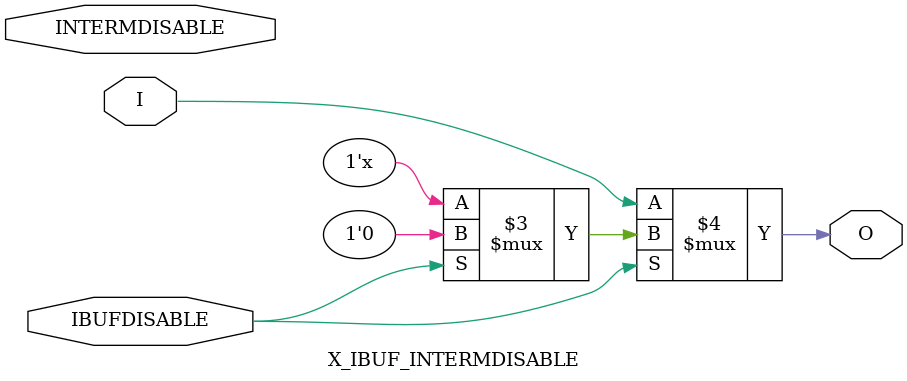
<source format=v>

`timescale  1 ps / 1 ps


module X_IBUF_INTERMDISABLE (O, I, IBUFDISABLE, INTERMDISABLE);

    parameter CAPACITANCE = "DONT_CARE";
    parameter IBUF_DELAY_VALUE = "0";
    parameter IBUF_LOW_PWR = "TRUE";
    parameter IFD_DELAY_VALUE = "AUTO";
    parameter IOSTANDARD = "DEFAULT";
    parameter LOC = "UNPLACED";
    
    output O;

    input  I;
    input  IBUFDISABLE;
    input  INTERMDISABLE;

    initial begin
	
        case (CAPACITANCE)

            "LOW", "NORMAL", "DONT_CARE" : ;
            default : begin
                          $display("Attribute Syntax Error : The attribute CAPACITANCE on X_IBUF_INTERMDISABLE instance %m is set to %s.  Legal values for this attribute are DONT_CARE, LOW or NORMAL.", CAPACITANCE);
                          $finish;
                      end

        endcase


	case (IBUF_DELAY_VALUE)

            "0", "1", "2", "3", "4", "5", "6", "7", "8", "9", "10", "11", "12", "13", "14", "15", "16" : ;
            default : begin
                          $display("Attribute Syntax Error : The attribute IBUF_DELAY_VALUE on X_IBUF_INTERMDISABLE instance %m is set to %s.  Legal values for this attribute are 0, 1, 2, ... or 16.", IBUF_DELAY_VALUE);
                          $finish;
                      end

        endcase

        case (IBUF_LOW_PWR)

            "FALSE", "TRUE" : ;
            default : begin
                          $display("Attribute Syntax Error : The attribute IBUF_LOW_PWR on X_IBUF_INTERMDISABLE instance %m is set to %s.  Legal values for this attribute are TRUE or FALSE.", IBUF_LOW_PWR);
                          $finish;
                      end

        endcase


	case (IFD_DELAY_VALUE)

            "AUTO", "0", "1", "2", "3", "4", "5", "6", "7", "8" : ;
            default : begin
                          $display("Attribute Syntax Error : The attribute IFD_DELAY_VALUE on X_IBUF_INTERMDISABLE instance %m is set to %s.  Legal values for this attribute are AUTO, 0, 1, 2, ... or 8.", IFD_DELAY_VALUE);
                          $finish;
                      end

	endcase
	
    end

    assign O = (IBUFDISABLE == 0)? I : (IBUFDISABLE == 1)? 1'b0  : 1'bx;

    specify

        (I => O) 		= (0:0:0,  0:0:0);
        (IBUFDISABLE => O)	= (0:0:0,  0:0:0);
        (INTERMDISABLE => O)	= (0:0:0,  0:0:0);

        specparam PATHPULSE$ = 0;

    endspecify

endmodule

</source>
